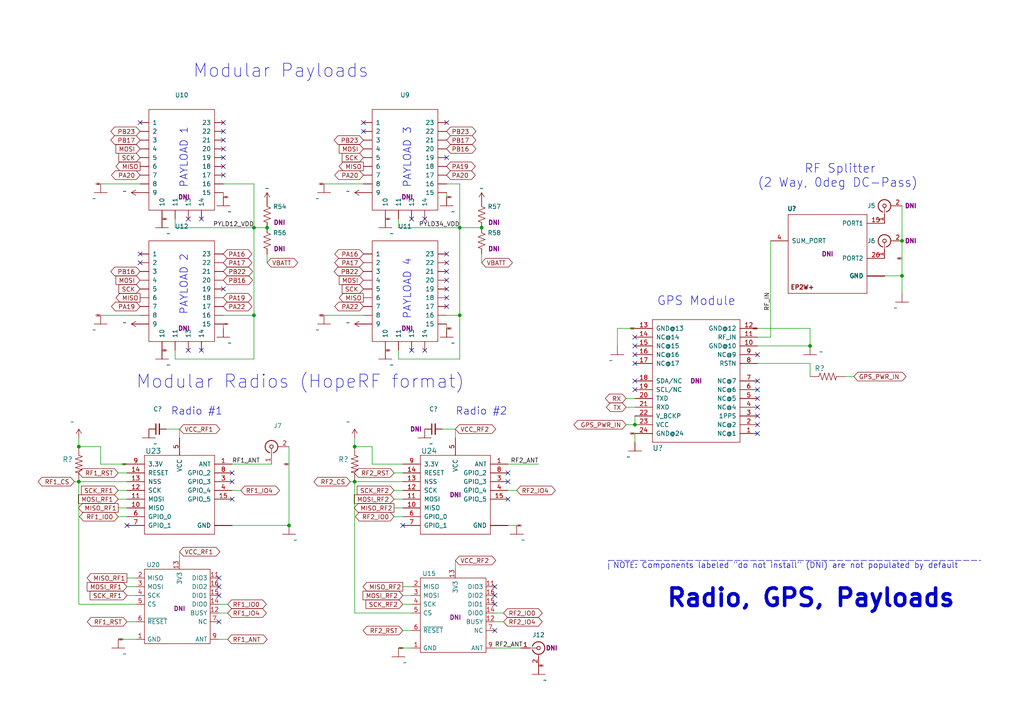
<source format=kicad_sch>
(kicad_sch (version 20211123) (generator eeschema)
  (paper "A4")
  (title_block (title "PyCubed Mainboard") (date "2021-06-09") (rev "v05c") (company "Max Holliday"))
  (lib_symbols
    (symbol "Connector:Conn_Coaxial" (pin_names (offset 1.016) hide)
      (property "Reference" "J" (at 0.254 3.048 0))
      (property "Value" "Conn_Coaxial" (at 2.921 0 90))
      (symbol "Conn_Coaxial_0_1"
        (arc (start -1.778 -0.508) (mid 0.2311 -1.8066) (end 1.778 0) (stroke (width 0.254)))
        (polyline (pts (xy -2.54 0) (xy -0.508 0)))
        (polyline (pts (xy 0 -2.54) (xy 0 -1.778)))
        (circle (center 0 0) (radius 0.508) (stroke (width 0.2032)))
        (arc (start 1.778 0) (mid 0.2099 1.8101) (end -1.778 0.508) (stroke (width 0.254)))
      )
      (symbol "Conn_Coaxial_1_1"
        (pin passive line (at -5.08 0 0) (length 2.54) (name "In") (number "1"))
        (pin passive line (at 0 -5.08 90) (length 2.54) (name "Ext") (number "2"))
      )
    )
    (symbol "Device:C_Small" (pin_numbers hide) (pin_names (offset 0.254) hide)
      (property "Reference" "C" (at 0.254 1.778 0))
      (property "Value" "C_Small" (at 0.254 -2.032 0))
      (symbol "C_Small_0_1"
        (polyline (pts (xy -1.524 -0.508) (xy 1.524 -0.508)) (stroke (width 0.3302)))
        (polyline (pts (xy -1.524 0.508) (xy 1.524 0.508)) (stroke (width 0.3048)))
      )
      (symbol "C_Small_1_1"
        (pin passive line (at 0 2.54 270) (length 2.032) (name "~") (number "1"))
        (pin passive line (at 0 -2.54 90) (length 2.032) (name "~") (number "2"))
      )
    )
    (symbol "Device:R_US" (pin_numbers hide) (pin_names (offset 0))
      (property "Reference" "R" (at 2.54 0 90))
      (property "Value" "R_US" (at -2.54 0 90))
      (symbol "R_US_0_1"
        (polyline (pts (xy 0 -2.286) (xy 0 -2.54)))
        (polyline (pts (xy 0 2.286) (xy 0 2.54)))
        (polyline (pts (xy 0 -0.762) (xy 1.016 -1.143) (xy 0 -1.524) (xy -1.016 -1.905) (xy 0 -2.286)))
        (polyline (pts (xy 0 0.762) (xy 1.016 0.381) (xy 0 0) (xy -1.016 -0.381) (xy 0 -0.762)))
        (polyline (pts (xy 0 2.286) (xy 1.016 1.905) (xy 0 1.524) (xy -1.016 1.143) (xy 0 0.762)))
      )
      (symbol "R_US_1_1"
        (pin passive line (at 0 3.81 270) (length 1.27) (name "~") (number "1"))
        (pin passive line (at 0 -3.81 90) (length 1.27) (name "~") (number "2"))
      )
    )
    (symbol "mainboard:10KOHM-1_10W-1%(0603)0603" (pin_names (offset 1.016))
      (property "Reference" "R" (at -3.81 1.4986 0))
      (property "Value" "10KOHM-1_10W-1%(0603)0603" (at -3.81 -3.302 0))
      (symbol "10KOHM-1_10W-1%(0603)0603_1_0"
        (polyline (pts (xy -2.54 0) (xy -2.159 1.016)))
        (polyline (pts (xy -2.159 1.016) (xy -1.524 -1.016)))
        (polyline (pts (xy -1.524 -1.016) (xy -0.889 1.016)))
        (polyline (pts (xy -0.889 1.016) (xy -0.254 -1.016)))
        (polyline (pts (xy -0.254 -1.016) (xy 0.381 1.016)))
        (polyline (pts (xy 0.381 1.016) (xy 1.016 -1.016)))
        (polyline (pts (xy 1.016 -1.016) (xy 1.651 1.016)))
        (polyline (pts (xy 1.651 1.016) (xy 2.286 -1.016)))
        (polyline (pts (xy 2.286 -1.016) (xy 2.54 0)))
        (pin passive line (at -5.08 0 0) (length 2.54) (name "1") (number "1"))
        (pin passive line (at 5.08 0 180) (length 2.54) (name "2") (number "2"))
      )
    )
    (symbol "mainboard:3.3V" (power) (pin_names (offset 1.016))
      (property "Value" "3.3V" (at -1.016 3.556 0))
      (symbol "3.3V_1_0"
        (polyline (pts (xy 0 2.54) (xy -0.762 1.27)))
        (polyline (pts (xy 0.762 1.27) (xy 0 2.54)))
        (pin power_in line (at 0 0 90) (length 2.54) (name "3.3V") (number "1"))
      )
    )
    (symbol "mainboard:EP2W+" (pin_names (offset 1.016))
      (property "Reference" "U" (at -7.62 10.16 0))
      (symbol "EP2W+_1_0"
        (polyline (pts (xy -12.7 -15.24) (xy -12.7 7.62)))
        (polyline (pts (xy -12.7 7.62) (xy 10.16 7.62)))
        (polyline (pts (xy 10.16 -15.24) (xy -12.7 -15.24)))
        (polyline (pts (xy 10.16 7.62) (xy 10.16 -15.24)))
        (text "EP2W+" (at -5.08 -12.7 0) (effects (font (size 1.27 1.27) bold) (justify right top)))
        (pin bidirectional line (at 15.24 -10.16 180) (length 5.08) (name "GND") (number "1"))
        (pin bidirectional line (at 15.24 -10.16 180) (length 5.08) (name "GND") (number "10"))
        (pin bidirectional line (at 15.24 -10.16 180) (length 5.08) (name "GND") (number "11"))
        (pin bidirectional line (at 15.24 -10.16 180) (length 5.08) (name "GND") (number "12"))
        (pin bidirectional line (at 15.24 -10.16 180) (length 5.08) (name "GND") (number "13"))
        (pin bidirectional line (at 15.24 -10.16 180) (length 5.08) (name "GND") (number "14"))
        (pin bidirectional line (at 15.24 5.08 180) (length 5.08) (name "PORT1") (number "15"))
        (pin bidirectional line (at 15.24 -10.16 180) (length 5.08) (name "GND") (number "16"))
        (pin bidirectional line (at 15.24 -10.16 180) (length 5.08) (name "GND") (number "17"))
        (pin bidirectional line (at 15.24 -10.16 180) (length 5.08) (name "GND") (number "18"))
        (pin bidirectional line (at 15.24 -10.16 180) (length 5.08) (name "GND") (number "19"))
        (pin bidirectional line (at 15.24 -10.16 180) (length 5.08) (name "GND") (number "2"))
        (pin bidirectional line (at 15.24 -10.16 180) (length 5.08) (name "GND") (number "20"))
        (pin bidirectional line (at 15.24 -10.16 180) (length 5.08) (name "GND") (number "21"))
        (pin bidirectional line (at 15.24 -10.16 180) (length 5.08) (name "GND") (number "22"))
        (pin bidirectional line (at 15.24 -10.16 180) (length 5.08) (name "GND") (number "23"))
        (pin bidirectional line (at 15.24 -10.16 180) (length 5.08) (name "GND") (number "24"))
        (pin bidirectional line (at 15.24 -10.16 180) (length 5.08) (name "GND") (number "25"))
        (pin bidirectional line (at 15.24 -5.08 180) (length 5.08) (name "PORT2") (number "26"))
        (pin bidirectional line (at 15.24 -10.16 180) (length 5.08) (name "GND") (number "27"))
        (pin bidirectional line (at 15.24 -10.16 180) (length 5.08) (name "GND") (number "28"))
        (pin bidirectional line (at 15.24 -10.16 180) (length 5.08) (name "GND") (number "29"))
        (pin bidirectional line (at 15.24 -10.16 180) (length 5.08) (name "GND") (number "3"))
        (pin bidirectional line (at 15.24 -10.16 180) (length 5.08) (name "GND") (number "30"))
        (pin bidirectional line (at 15.24 -10.16 180) (length 5.08) (name "GND") (number "31"))
        (pin bidirectional line (at 15.24 -10.16 180) (length 5.08) (name "GND") (number "32"))
        (pin bidirectional line (at -17.78 0 0) (length 5.08) (name "SUM_PORT") (number "4"))
        (pin bidirectional line (at 15.24 -10.16 180) (length 5.08) (name "GND") (number "5"))
        (pin bidirectional line (at 15.24 -10.16 180) (length 5.08) (name "GND") (number "6"))
        (pin bidirectional line (at 15.24 -10.16 180) (length 5.08) (name "GND") (number "7"))
        (pin bidirectional line (at 15.24 -10.16 180) (length 5.08) (name "GND") (number "8"))
        (pin bidirectional line (at 15.24 -10.16 180) (length 5.08) (name "GND") (number "9"))
        (pin bidirectional line (at 15.24 -10.16 180) (length 5.08) (name "GND") (number "EP"))
      )
    )
    (symbol "mainboard:GND" (power) (pin_names (offset 1.016))
      (property "Value" "GND" (at -2.54 -2.54 0))
      (symbol "GND_1_0"
        (polyline (pts (xy -1.905 0) (xy 1.905 0)))
        (pin power_in line (at 0 2.54 270) (length 2.54) (name "GND") (number "1"))
      )
    )
    (symbol "mainboard:RFM98PW" (pin_names (offset 1.016))
      (property "Reference" "U" (at -7.62 10.16 0))
      (symbol "RFM98PW_0_0"
        (pin bidirectional line (at 17.78 -10.16 180) (length 5.08) hide (name "GND") (number "17"))
        (pin bidirectional line (at 2.54 15.24 270) (length 5.08) (name "VCC") (number "5"))
      )
      (symbol "RFM98PW_1_0"
        (polyline (pts (xy -7.62 -12.7) (xy -7.62 10.16)))
        (polyline (pts (xy -7.62 10.16) (xy 12.7 10.16)))
        (polyline (pts (xy 12.7 -12.7) (xy -7.62 -12.7)))
        (polyline (pts (xy 12.7 10.16) (xy 12.7 -12.7)))
        (pin bidirectional line (at 17.78 7.62 180) (length 5.08) (name "ANT") (number "1"))
        (pin bidirectional line (at -12.7 -5.08 0) (length 5.08) (name "MISO") (number "10"))
        (pin bidirectional line (at -12.7 -2.54 0) (length 5.08) (name "MOSI") (number "11"))
        (pin bidirectional line (at -12.7 0 0) (length 5.08) (name "SCK") (number "12"))
        (pin bidirectional line (at -12.7 2.54 0) (length 5.08) (name "NSS") (number "13"))
        (pin bidirectional line (at -12.7 5.08 0) (length 5.08) (name "RESET") (number "14"))
        (pin bidirectional line (at 17.78 -2.54 180) (length 5.08) (name "GPIO_5") (number "15"))
        (pin bidirectional line (at 17.78 -10.16 180) (length 5.08) (name "GND") (number "16"))
        (pin bidirectional line (at 17.78 -10.16 180) (length 5.08) (name "GND") (number "2"))
        (pin bidirectional line (at 17.78 2.54 180) (length 5.08) (name "GPIO_3") (number "3"))
        (pin bidirectional line (at 17.78 0 180) (length 5.08) (name "GPIO_4") (number "4"))
        (pin bidirectional line (at -12.7 -7.62 0) (length 5.08) (name "GPIO_0") (number "6"))
        (pin bidirectional line (at -12.7 -10.16 0) (length 5.08) (name "GPIO_1") (number "7"))
        (pin bidirectional line (at 17.78 5.08 180) (length 5.08) (name "GPIO_2") (number "8"))
        (pin power_in line (at -12.7 7.62 0) (length 5.08) (name "3.3V") (number "9"))
      )
    )
    (symbol "mainboard:RFM9xBreakout" (pin_names (offset 0.762))
      (property "Reference" "U" (at -3.81 12.7 0))
      (property "Value" "RFM9xBreakout" (at -7.62 -11.43 0))
      (symbol "RFM9xBreakout_0_1"
        (rectangle (start -10.16 11.43) (end 8.89 -10.16))
      )
      (symbol "RFM9xBreakout_1_1"
        (pin bidirectional line (at -12.7 -8.89 0) (length 2.54) (name "GND") (number "1"))
        (pin bidirectional line (at -12.7 -8.89 0) (length 2.54) hide (name "GND") (number "10"))
        (pin bidirectional line (at 11.43 8.89 180) (length 2.54) (name "DIO3") (number "11"))
        (pin bidirectional line (at 11.43 -1.27 180) (length 2.54) (name "BUSY") (number "12"))
        (pin bidirectional line (at 0 13.97 270) (length 2.54) (name "3V3") (number "13"))
        (pin bidirectional line (at 11.43 1.27 180) (length 2.54) (name "DIO0") (number "14"))
        (pin bidirectional line (at 11.43 3.81 180) (length 2.54) (name "DIO1") (number "15"))
        (pin bidirectional line (at 11.43 6.35 180) (length 2.54) (name "DIO2") (number "16"))
        (pin bidirectional line (at -12.7 8.89 0) (length 2.54) (name "MISO") (number "2"))
        (pin bidirectional line (at -12.7 6.35 0) (length 2.54) (name "MOSI") (number "3"))
        (pin bidirectional line (at -12.7 3.81 0) (length 2.54) (name "SCK") (number "4"))
        (pin bidirectional line (at -12.7 1.27 0) (length 2.54) (name "CS") (number "5"))
        (pin bidirectional line (at -12.7 -3.81 0) (length 2.54) (name "~{RESET}") (number "6"))
        (pin bidirectional line (at 11.43 -3.81 180) (length 2.54) (name "NC") (number "7"))
        (pin bidirectional line (at -12.7 -8.89 0) (length 2.54) hide (name "GND") (number "8"))
        (pin bidirectional line (at 11.43 -8.89 180) (length 2.54) (name "ANT") (number "9"))
      )
    )
    (symbol "mainboard:S1216V8" (pin_names (offset 1.016))
      (property "Reference" "U" (at -12.7 -20.32 0))
      (property "Value" "S1216V8" (at 2.54 -20.32 0))
      (symbol "S1216V8_1_0"
        (polyline (pts (xy -12.7 -17.78) (xy 12.7 -17.78)))
        (polyline (pts (xy -12.7 17.78) (xy -12.7 -17.78)))
        (polyline (pts (xy 12.7 -17.78) (xy 12.7 17.78)))
        (polyline (pts (xy 12.7 17.78) (xy -12.7 17.78)))
        (pin bidirectional line (at 17.78 -15.24 180) (length 5.08) (name "NC@1") (number "1"))
        (pin bidirectional line (at 17.78 10.16 180) (length 5.08) (name "GND@10") (number "10"))
        (pin bidirectional line (at 17.78 12.7 180) (length 5.08) (name "RF_IN") (number "11"))
        (pin bidirectional line (at 17.78 15.24 180) (length 5.08) (name "GND@12") (number "12"))
        (pin bidirectional line (at -17.78 15.24 0) (length 5.08) (name "GND@13") (number "13"))
        (pin bidirectional line (at -17.78 12.7 0) (length 5.08) (name "NC@14") (number "14"))
        (pin bidirectional line (at -17.78 10.16 0) (length 5.08) (name "NC@15") (number "15"))
        (pin bidirectional line (at -17.78 7.62 0) (length 5.08) (name "NC@16") (number "16"))
        (pin bidirectional line (at -17.78 5.08 0) (length 5.08) (name "NC@17") (number "17"))
        (pin bidirectional line (at -17.78 0 0) (length 5.08) (name "SDA/NC") (number "18"))
        (pin bidirectional line (at -17.78 -2.54 0) (length 5.08) (name "SCL/NC") (number "19"))
        (pin bidirectional line (at 17.78 -12.7 180) (length 5.08) (name "NC@2") (number "2"))
        (pin bidirectional line (at -17.78 -5.08 0) (length 5.08) (name "TXD") (number "20"))
        (pin bidirectional line (at -17.78 -7.62 0) (length 5.08) (name "RXD") (number "21"))
        (pin bidirectional line (at -17.78 -10.16 0) (length 5.08) (name "V_BCKP") (number "22"))
        (pin bidirectional line (at -17.78 -12.7 0) (length 5.08) (name "VCC") (number "23"))
        (pin bidirectional line (at -17.78 -15.24 0) (length 5.08) (name "GND@24") (number "24"))
        (pin bidirectional line (at 17.78 -10.16 180) (length 5.08) (name "1PPS") (number "3"))
        (pin bidirectional line (at 17.78 -7.62 180) (length 5.08) (name "NC@4") (number "4"))
        (pin bidirectional line (at 17.78 -5.08 180) (length 5.08) (name "NC@5") (number "5"))
        (pin bidirectional line (at 17.78 -2.54 180) (length 5.08) (name "NC@6") (number "6"))
        (pin bidirectional line (at 17.78 0 180) (length 5.08) (name "NC@7") (number "7"))
        (pin bidirectional line (at 17.78 5.08 180) (length 5.08) (name "RSTN") (number "8"))
        (pin bidirectional line (at 17.78 7.62 180) (length 5.08) (name "NC@9") (number "9"))
      )
    )
    (symbol "mainboard:XTB-40_payload" (pin_names (offset 1.016))
      (property "Reference" "U" (at -2.54 13.97 0))
      (property "Value" "XTB-40_payload" (at -1.27 11.43 0))
      (symbol "XTB-40_payload_1_0"
        (pin bidirectional line (at -12.7 8.89 0) (length 2.54) (name "1") (number "1"))
      )
      (symbol "XTB-40_payload_1_1"
        (rectangle (start -10.16 12.7) (end 8.89 -16.51))
        (pin bidirectional line (at -6.35 -19.05 90) (length 2.54) (name "10") (number "10"))
        (pin bidirectional line (at -2.54 -19.05 90) (length 2.54) (name "11") (number "11"))
        (pin bidirectional line (at 1.27 -19.05 90) (length 2.54) (name "13") (number "13"))
        (pin bidirectional line (at 5.08 -19.05 90) (length 2.54) (name "14") (number "14"))
        (pin bidirectional line (at 11.43 -11.43 180) (length 2.54) (name "15") (number "15"))
        (pin bidirectional line (at 11.43 -8.89 180) (length 2.54) (name "16") (number "16"))
        (pin bidirectional line (at 11.43 -6.35 180) (length 2.54) (name "17") (number "17"))
        (pin bidirectional line (at 11.43 -3.81 180) (length 2.54) (name "18") (number "18"))
        (pin bidirectional line (at 11.43 -1.27 180) (length 2.54) (name "19") (number "19"))
        (pin bidirectional line (at -12.7 6.35 0) (length 2.54) (name "2") (number "2"))
        (pin bidirectional line (at 11.43 1.27 180) (length 2.54) (name "20") (number "20"))
        (pin bidirectional line (at 11.43 3.81 180) (length 2.54) (name "21") (number "21"))
        (pin bidirectional line (at 11.43 6.35 180) (length 2.54) (name "22") (number "22"))
        (pin bidirectional line (at 11.43 8.89 180) (length 2.54) (name "23") (number "23"))
        (pin bidirectional line (at -12.7 3.81 0) (length 2.54) (name "3") (number "3"))
        (pin bidirectional line (at -12.7 1.27 0) (length 2.54) (name "4") (number "4"))
        (pin bidirectional line (at -12.7 -1.27 0) (length 2.54) (name "5") (number "5"))
        (pin bidirectional line (at -12.7 -3.81 0) (length 2.54) (name "6") (number "6"))
        (pin bidirectional line (at -12.7 -6.35 0) (length 2.54) (name "7") (number "7"))
        (pin bidirectional line (at -12.7 -8.89 0) (length 2.54) (name "8") (number "8"))
        (pin bidirectional line (at -12.7 -11.43 0) (length 2.54) (name "9") (number "9"))
      )
    )
  )
  (junction (at 22.86 129.54))
  (junction (at 102.87 139.7))
  (junction (at 139.7 66.04))
  (junction (at 261.62 80.01))
  (junction (at 234.95 100.33))
  (junction (at 73.66 91.44))
  (junction (at 22.86 139.7))
  (junction (at 83.82 152.4))
  (junction (at 102.87 129.54))
  (junction (at 77.47 66.04))
  (junction (at 184.15 123.19))
  (junction (at 73.66 66.04))
  (junction (at 133.35 66.04))
  (junction (at 261.62 69.85))
  (junction (at 133.35 91.44))
  (no_connect (at 64.77 48.26))
  (no_connect (at 123.19 101.6))
  (no_connect (at 147.32 139.7))
  (no_connect (at 129.54 76.2))
  (no_connect (at 36.83 152.4))
  (no_connect (at 143.51 182.88))
  (no_connect (at 129.54 81.28))
  (no_connect (at 54.61 63.5))
  (no_connect (at 184.15 110.49))
  (no_connect (at 63.5 167.64))
  (no_connect (at 67.31 139.7))
  (no_connect (at 219.71 110.49))
  (no_connect (at 63.5 180.34))
  (no_connect (at 219.71 125.73))
  (no_connect (at 58.42 63.5))
  (no_connect (at 129.54 45.72))
  (no_connect (at 40.64 73.66))
  (no_connect (at 67.31 137.16))
  (no_connect (at 64.77 40.64))
  (no_connect (at 184.15 100.33))
  (no_connect (at 143.51 170.18))
  (no_connect (at 129.54 73.66))
  (no_connect (at 58.42 101.6))
  (no_connect (at 219.71 115.57))
  (no_connect (at 64.77 38.1))
  (no_connect (at 129.54 88.9))
  (no_connect (at 64.77 45.72))
  (no_connect (at 184.15 97.79))
  (no_connect (at 119.38 101.6))
  (no_connect (at 147.32 137.16))
  (no_connect (at 184.15 105.41))
  (no_connect (at 54.61 101.6))
  (no_connect (at 184.15 113.03))
  (no_connect (at 63.5 172.72))
  (no_connect (at 67.31 144.78))
  (no_connect (at 64.77 43.18))
  (no_connect (at 64.77 50.8))
  (no_connect (at 105.41 38.1))
  (no_connect (at 129.54 83.82))
  (no_connect (at 63.5 170.18))
  (no_connect (at 219.71 118.11))
  (no_connect (at 105.41 35.56))
  (no_connect (at 123.19 63.5))
  (no_connect (at 147.32 144.78))
  (no_connect (at 129.54 78.74))
  (no_connect (at 40.64 76.2))
  (no_connect (at 129.54 86.36))
  (no_connect (at 40.64 35.56))
  (no_connect (at 219.71 120.65))
  (no_connect (at 64.77 35.56))
  (no_connect (at 119.38 63.5))
  (no_connect (at 219.71 102.87))
  (no_connect (at 143.51 172.72))
  (no_connect (at 184.15 102.87))
  (no_connect (at 116.84 152.4))
  (no_connect (at 64.77 83.82))
  (no_connect (at 219.71 123.19))
  (no_connect (at 143.51 175.26))
  (no_connect (at 219.71 113.03))
  (no_connect (at 129.54 35.56))
  (wire (pts (xy 52.07 124.46) (xy 48.26 124.46)))
  (wire (pts (xy 115.57 104.14) (xy 133.35 104.14)))
  (wire (pts (xy 50.8 66.04) (xy 73.66 66.04)))
  (wire (pts (xy 39.37 167.64) (xy 36.83 167.64)))
  (wire (pts (xy 184.15 115.57) (xy 181.61 115.57)))
  (wire (pts (xy 119.38 170.18) (xy 116.84 170.18)))
  (wire (pts (xy 93.98 91.44) (xy 105.41 91.44)))
  (wire (pts (xy 102.87 129.54) (xy 102.87 127)))
  (wire (pts (xy 234.95 100.33) (xy 219.71 100.33)))
  (wire (pts (xy 133.35 66.04) (xy 139.7 66.04)))
  (wire (pts (xy 73.66 91.44) (xy 64.77 91.44)))
  (wire (pts (xy 93.98 53.34) (xy 105.41 53.34)))
  (wire (pts (xy 149.86 152.4) (xy 147.32 152.4)))
  (wire (pts (xy 223.52 69.85) (xy 223.52 97.79)))
  (wire (pts (xy 133.35 91.44) (xy 133.35 104.14)))
  (wire (pts (xy 52.07 160.02) (xy 52.07 162.56)))
  (wire (pts (xy 133.35 66.04) (xy 133.35 91.44)))
  (wire (pts (xy 115.57 101.6) (xy 115.57 104.14)))
  (wire (pts (xy 102.87 139.7) (xy 101.6 139.7)))
  (wire (pts (xy 132.08 124.46) (xy 132.08 127)))
  (wire (pts (xy 50.8 101.6) (xy 50.8 104.14)))
  (wire (pts (xy 151.13 187.96) (xy 143.51 187.96)))
  (wire (pts (xy 73.66 66.04) (xy 73.66 91.44)))
  (wire (pts (xy 107.95 134.62) (xy 107.95 129.54)))
  (wire (pts (xy 50.8 63.5) (xy 50.8 66.04)))
  (wire (pts (xy 39.37 180.34) (xy 36.83 180.34)))
  (wire (pts (xy 73.66 66.04) (xy 77.47 66.04)))
  (wire (pts (xy 67.31 152.4) (xy 83.82 152.4)))
  (wire (pts (xy 132.08 124.46) (xy 128.27 124.46)))
  (wire (pts (xy 29.21 134.62) (xy 29.21 129.54)))
  (wire (pts (xy 73.66 53.34) (xy 73.66 66.04)))
  (wire (pts (xy 69.85 142.24) (xy 67.31 142.24)))
  (wire (pts (xy 115.57 187.96) (xy 119.38 187.96)))
  (wire (pts (xy 102.87 177.8) (xy 102.87 139.7)))
  (wire (pts (xy 29.21 91.44) (xy 40.64 91.44)))
  (wire (pts (xy 77.47 76.2) (xy 77.47 73.66)))
  (wire (pts (xy 116.84 134.62) (xy 107.95 134.62)))
  (wire (pts (xy 184.15 123.19) (xy 184.15 120.65)))
  (wire (pts (xy 64.77 95.25) (xy 64.77 93.98)))
  (wire (pts (xy 115.57 66.04) (xy 133.35 66.04)))
  (wire (pts (xy 36.83 147.32) (xy 34.29 147.32)))
  (wire (pts (xy 184.15 118.11) (xy 181.61 118.11)))
  (wire (pts (xy 143.51 177.8) (xy 146.05 177.8)))
  (wire (pts (xy 116.84 142.24) (xy 114.3 142.24)))
  (wire (pts (xy 36.83 144.78) (xy 34.29 144.78)))
  (wire (pts (xy 146.05 180.34) (xy 143.51 180.34)))
  (wire (pts (xy 139.7 76.2) (xy 139.7 73.66)))
  (wire (pts (xy 116.84 147.32) (xy 114.3 147.32)))
  (wire (pts (xy 184.15 123.19) (xy 181.61 123.19)))
  (wire (pts (xy 234.95 95.25) (xy 234.95 100.33)))
  (polyline (pts (xy 176.53 162.56) (xy 284.48 162.56)))
  (wire (pts (xy 67.31 134.62) (xy 78.74 134.62)))
  (wire (pts (xy 34.29 149.86) (xy 36.83 149.86)))
  (wire (pts (xy 64.77 57.15) (xy 64.77 55.88)))
  (wire (pts (xy 66.04 185.42) (xy 63.5 185.42)))
  (wire (pts (xy 219.71 105.41) (xy 234.95 105.41)))
  (wire (pts (xy 219.71 97.79) (xy 223.52 97.79)))
  (wire (pts (xy 184.15 95.25) (xy 179.07 95.25)))
  (wire (pts (xy 261.62 69.85) (xy 261.62 80.01)))
  (wire (pts (xy 119.38 172.72) (xy 116.84 172.72)))
  (wire (pts (xy 133.35 53.34) (xy 133.35 66.04)))
  (wire (pts (xy 132.08 162.56) (xy 132.08 165.1)))
  (wire (pts (xy 116.84 139.7) (xy 102.87 139.7)))
  (wire (pts (xy 116.84 144.78) (xy 114.3 144.78)))
  (wire (pts (xy 102.87 177.8) (xy 119.38 177.8)))
  (wire (pts (xy 119.38 182.88) (xy 116.84 182.88)))
  (wire (pts (xy 116.84 137.16) (xy 114.3 137.16)))
  (wire (pts (xy 107.95 129.54) (xy 102.87 129.54)))
  (wire (pts (xy 29.21 129.54) (xy 22.86 129.54)))
  (wire (pts (xy 36.83 134.62) (xy 29.21 134.62)))
  (wire (pts (xy 115.57 63.5) (xy 115.57 66.04)))
  (wire (pts (xy 22.86 175.26) (xy 39.37 175.26)))
  (wire (pts (xy 219.71 95.25) (xy 234.95 95.25)))
  (wire (pts (xy 129.54 95.25) (xy 129.54 93.98)))
  (wire (pts (xy 22.86 139.7) (xy 36.83 139.7)))
  (wire (pts (xy 184.15 125.73) (xy 184.15 128.27)))
  (wire (pts (xy 261.62 80.01) (xy 261.62 85.09)))
  (wire (pts (xy 179.07 95.25) (xy 179.07 100.33)))
  (polyline (pts (xy 176.53 165.1) (xy 176.53 162.56)))
  (wire (pts (xy 39.37 170.18) (xy 36.83 170.18)))
  (wire (pts (xy 21.59 139.7) (xy 22.86 139.7)))
  (wire (pts (xy 261.62 59.69) (xy 261.62 69.85)))
  (wire (pts (xy 119.38 175.26) (xy 116.84 175.26)))
  (wire (pts (xy 149.86 142.24) (xy 147.32 142.24)))
  (wire (pts (xy 83.82 129.54) (xy 83.82 152.4)))
  (wire (pts (xy 73.66 53.34) (xy 64.77 53.34)))
  (wire (pts (xy 245.11 109.22) (xy 247.65 109.22)))
  (wire (pts (xy 116.84 149.86) (xy 114.3 149.86)))
  (wire (pts (xy 29.21 53.34) (xy 40.64 53.34)))
  (wire (pts (xy 52.07 124.46) (xy 52.07 127)))
  (wire (pts (xy 133.35 53.34) (xy 129.54 53.34)))
  (wire (pts (xy 22.86 139.7) (xy 22.86 175.26)))
  (wire (pts (xy 66.04 177.8) (xy 63.5 177.8)))
  (wire (pts (xy 36.83 142.24) (xy 34.29 142.24)))
  (wire (pts (xy 133.35 91.44) (xy 129.54 91.44)))
  (wire (pts (xy 34.29 185.42) (xy 39.37 185.42)))
  (wire (pts (xy 22.86 129.54) (xy 22.86 127)))
  (wire (pts (xy 129.54 57.15) (xy 129.54 55.88)))
  (wire (pts (xy 39.37 172.72) (xy 36.83 172.72)))
  (wire (pts (xy 66.04 175.26) (xy 63.5 175.26)))
  (wire (pts (xy 50.8 104.14) (xy 73.66 104.14)))
  (wire (pts (xy 147.32 134.62) (xy 156.21 134.62)))
  (wire (pts (xy 256.54 80.01) (xy 261.62 80.01)))
  (wire (pts (xy 36.83 137.16) (xy 34.29 137.16)))
  (wire (pts (xy 73.66 91.44) (xy 73.66 104.14)))
  (wire (pts (xy 234.95 105.41) (xy 234.95 109.22)))
  (text "PAYLOAD 4" (at 119.38 92.71 90) (effects (font (size 2.159 2.159)) (justify left bottom)))
  (text "GPS Module" (at 190.5 88.9 0) (effects (font (size 2.54 2.54)) (justify left bottom)))
  (text "Modular Radios (HopeRF format)" (at 39.37 113.03 0) (effects (font (size 3.81 3.81)) (justify left bottom)))
  (text "       RF Splitter \n(2 Way, 0deg DC-Pass)" (at 219.71 54.61 0) (effects (font (size 2.54 2.54)) (justify left bottom)))
  (text "PAYLOAD 2" (at 54.61 91.44 90) (effects (font (size 2.159 2.159)) (justify left bottom)))
  (text "PAYLOAD 1" (at 54.61 54.61 90) (effects (font (size 2.159 2.159)) (justify left bottom)))
  (text "NOTE: Components labeled \"do not install\" (DNI) are not populated by default" (at 177.8 165.1 0) (effects (font (size 1.651 1.651)) (justify left bottom)))
  (text "Radio #1" (at 49.53 120.65 0) (effects (font (size 2.159 2.159)) (justify left bottom)))
  (text "Modular Payloads" (at 55.88 22.86 0) (effects (font (size 3.81 3.81)) (justify left bottom)))
  (text "Radio, GPS, Payloads" (at 193.04 176.53 0) (effects (font (size 5.08 5.08) (thickness 1.016) bold) (justify left bottom)))
  (text "Radio #2" (at 132.08 120.65 0) (effects (font (size 2.159 2.159)) (justify left bottom)))
  (text "PAYLOAD 3" (at 119.38 54.61 90) (effects (font (size 2.159 2.159)) (justify left bottom)))
  (label "RF2_ANT" (at 156.21 134.62 180))
  (label "RF_IN" (at 223.52 90.17 90))
  (label "PYLD12_VDD" (at 73.66 66.04 180))
  (label "RF2_ANT" (at 143.51 187.96 0))
  (label "PYLD34_VDD" (at 133.35 66.04 180))
  (label "RF1_ANT" (at 67.31 134.62 0))
  (global_label "GND" (shape bidirectional) (at 149.86 152.4 0) (effects (font (size 0.254 0.254))) (property "Intersheet References" "${INTERSHEET_REFS}" (effects hide)))
  (global_label "RF1_CS" (shape bidirectional) (at 21.59 139.7 180) (property "Intersheet References" "${INTERSHEET_REFS}" (effects hide)))
  (global_label "MOSI" (shape input) (at 40.64 81.28 180) (property "Intersheet References" "${INTERSHEET_REFS}" (effects hide)))
  (global_label "PA22" (shape bidirectional) (at 64.77 88.9 0) (property "Intersheet References" "${INTERSHEET_REFS}" (effects hide)))
  (global_label "RF2_IO0" (shape bidirectional) (at 114.3 149.86 180) (property "Intersheet References" "${INTERSHEET_REFS}" (effects hide)))
  (global_label "RF1_RST" (shape bidirectional) (at 34.29 137.16 180) (property "Intersheet References" "${INTERSHEET_REFS}" (effects hide)))
  (global_label "SCK" (shape input) (at 105.41 45.72 180) (property "Intersheet References" "${INTERSHEET_REFS}" (effects hide)))
  (global_label "GND" (shape bidirectional) (at 129.54 95.25 0) (effects (font (size 0.254 0.254))) (property "Intersheet References" "${INTERSHEET_REFS}" (effects hide)))
  (global_label "PB23" (shape bidirectional) (at 105.41 40.64 180) (property "Intersheet References" "${INTERSHEET_REFS}" (effects hide)))
  (global_label "RF1_IO0" (shape bidirectional) (at 66.04 175.26 0) (property "Intersheet References" "${INTERSHEET_REFS}" (effects hide)))
  (global_label "SCK" (shape input) (at 40.64 83.82 180) (property "Intersheet References" "${INTERSHEET_REFS}" (effects hide)))
  (global_label "SCK" (shape input) (at 40.64 45.72 180) (property "Intersheet References" "${INTERSHEET_REFS}" (effects hide)))
  (global_label "GND" (shape bidirectional) (at 29.21 91.44 180) (effects (font (size 0.254 0.254))) (property "Intersheet References" "${INTERSHEET_REFS}" (effects hide)))
  (global_label "PA19" (shape bidirectional) (at 40.64 88.9 180) (property "Intersheet References" "${INTERSHEET_REFS}" (effects hide)))
  (global_label "RF2_RST" (shape bidirectional) (at 114.3 137.16 180) (property "Intersheet References" "${INTERSHEET_REFS}" (effects hide)))
  (global_label "GND" (shape bidirectional) (at 184.15 95.25 180) (effects (font (size 0.254 0.254))) (property "Intersheet References" "${INTERSHEET_REFS}" (effects hide)))
  (global_label "GND" (shape bidirectional) (at 83.82 134.62 180) (effects (font (size 0.254 0.254))) (property "Intersheet References" "${INTERSHEET_REFS}" (effects hide)))
  (global_label "RF2_IO4" (shape bidirectional) (at 146.05 180.34 0) (property "Intersheet References" "${INTERSHEET_REFS}" (effects hide)))
  (global_label "VCC_RF1" (shape bidirectional) (at 52.07 124.46 0) (property "Intersheet References" "${INTERSHEET_REFS}" (effects hide)))
  (global_label "PB17" (shape bidirectional) (at 129.54 40.64 0) (property "Intersheet References" "${INTERSHEET_REFS}" (effects hide)))
  (global_label "SCK_RF2" (shape input) (at 116.84 175.26 180) (property "Intersheet References" "${INTERSHEET_REFS}" (effects hide)))
  (global_label "GND" (shape bidirectional) (at 115.57 187.96 0) (effects (font (size 0.254 0.254))) (property "Intersheet References" "${INTERSHEET_REFS}" (effects hide)))
  (global_label "PB23" (shape bidirectional) (at 129.54 38.1 0) (property "Intersheet References" "${INTERSHEET_REFS}" (effects hide)))
  (global_label "PA20" (shape bidirectional) (at 105.41 50.8 180) (property "Intersheet References" "${INTERSHEET_REFS}" (effects hide)))
  (global_label "RF1_IO0" (shape bidirectional) (at 34.29 149.86 180) (property "Intersheet References" "${INTERSHEET_REFS}" (effects hide)))
  (global_label "PB17" (shape bidirectional) (at 40.64 40.64 180) (property "Intersheet References" "${INTERSHEET_REFS}" (effects hide)))
  (global_label "MOSI" (shape input) (at 105.41 81.28 180) (property "Intersheet References" "${INTERSHEET_REFS}" (effects hide)))
  (global_label "MOSI_RF1" (shape input) (at 36.83 170.18 180) (property "Intersheet References" "${INTERSHEET_REFS}" (effects hide)))
  (global_label "GND" (shape bidirectional) (at 46.99 101.6 0) (effects (font (size 0.254 0.254))) (property "Intersheet References" "${INTERSHEET_REFS}" (effects hide)))
  (global_label "GND" (shape bidirectional) (at 64.77 57.15 0) (effects (font (size 0.254 0.254))) (property "Intersheet References" "${INTERSHEET_REFS}" (effects hide)))
  (global_label "MOSI_RF2" (shape input) (at 116.84 172.72 180) (property "Intersheet References" "${INTERSHEET_REFS}" (effects hide)))
  (global_label "GND" (shape bidirectional) (at 129.54 57.15 0) (effects (font (size 0.254 0.254))) (property "Intersheet References" "${INTERSHEET_REFS}" (effects hide)))
  (global_label "SCK" (shape input) (at 105.41 83.82 180) (property "Intersheet References" "${INTERSHEET_REFS}" (effects hide)))
  (global_label "GPS_PWR_IN" (shape bidirectional) (at 247.65 109.22 0) (property "Intersheet References" "${INTERSHEET_REFS}" (effects hide)))
  (global_label "RF1_ANT" (shape bidirectional) (at 66.04 185.42 0) (property "Intersheet References" "${INTERSHEET_REFS}" (effects hide)))
  (global_label "GND" (shape bidirectional) (at 156.21 193.04 0) (effects (font (size 0.254 0.254))) (property "Intersheet References" "${INTERSHEET_REFS}" (effects hide)))
  (global_label "PA16" (shape bidirectional) (at 105.41 73.66 180) (property "Intersheet References" "${INTERSHEET_REFS}" (effects hide)))
  (global_label "GND" (shape bidirectional) (at 46.99 63.5 0) (effects (font (size 0.254 0.254))) (property "Intersheet References" "${INTERSHEET_REFS}" (effects hide)))
  (global_label "VBATT" (shape bidirectional) (at 77.47 76.2 0) (property "Intersheet References" "${INTERSHEET_REFS}" (effects hide)))
  (global_label "PB22" (shape bidirectional) (at 64.77 78.74 0) (property "Intersheet References" "${INTERSHEET_REFS}" (effects hide)))
  (global_label "MOSI_RF2" (shape input) (at 114.3 144.78 180) (property "Intersheet References" "${INTERSHEET_REFS}" (effects hide)))
  (global_label "RF1_RST" (shape bidirectional) (at 36.83 180.34 180) (property "Intersheet References" "${INTERSHEET_REFS}" (effects hide)))
  (global_label "MOSI" (shape input) (at 105.41 43.18 180) (property "Intersheet References" "${INTERSHEET_REFS}" (effects hide)))
  (global_label "VCC_RF2" (shape bidirectional) (at 132.08 124.46 0) (property "Intersheet References" "${INTERSHEET_REFS}" (effects hide)))
  (global_label "TX" (shape bidirectional) (at 181.61 118.11 180) (property "Intersheet References" "${INTERSHEET_REFS}" (effects hide)))
  (global_label "PA19" (shape bidirectional) (at 64.77 86.36 0) (property "Intersheet References" "${INTERSHEET_REFS}" (effects hide)))
  (global_label "PA20" (shape bidirectional) (at 129.54 50.8 0) (property "Intersheet References" "${INTERSHEET_REFS}" (effects hide)))
  (global_label "MISO_RF1" (shape output) (at 34.29 147.32 180) (property "Intersheet References" "${INTERSHEET_REFS}" (effects hide)))
  (global_label "GND" (shape bidirectional) (at 64.77 93.98 0) (effects (font (size 0.254 0.254))) (property "Intersheet References" "${INTERSHEET_REFS}" (effects hide)))
  (global_label "MISO_RF2" (shape output) (at 114.3 147.32 180) (property "Intersheet References" "${INTERSHEET_REFS}" (effects hide)))
  (global_label "MISO" (shape output) (at 105.41 86.36 180) (property "Intersheet References" "${INTERSHEET_REFS}" (effects hide)))
  (global_label "MOSI_RF1" (shape input) (at 34.29 144.78 180) (property "Intersheet References" "${INTERSHEET_REFS}" (effects hide)))
  (global_label "GND" (shape bidirectional) (at 111.76 101.6 0) (effects (font (size 0.254 0.254))) (property "Intersheet References" "${INTERSHEET_REFS}" (effects hide)))
  (global_label "GND" (shape bidirectional) (at 29.21 53.34 180) (effects (font (size 0.254 0.254))) (property "Intersheet References" "${INTERSHEET_REFS}" (effects hide)))
  (global_label "GND" (shape bidirectional) (at 261.62 74.93 180) (effects (font (size 0.254 0.254))) (property "Intersheet References" "${INTERSHEET_REFS}" (effects hide)))
  (global_label "PB23" (shape bidirectional) (at 40.64 38.1 180) (property "Intersheet References" "${INTERSHEET_REFS}" (effects hide)))
  (global_label "PA22" (shape bidirectional) (at 105.41 88.9 180) (property "Intersheet References" "${INTERSHEET_REFS}" (effects hide)))
  (global_label "VCC_RF1" (shape bidirectional) (at 52.07 160.02 0) (property "Intersheet References" "${INTERSHEET_REFS}" (effects hide)))
  (global_label "GPS_PWR_IN" (shape bidirectional) (at 181.61 123.19 180) (property "Intersheet References" "${INTERSHEET_REFS}" (effects hide)))
  (global_label "VBATT" (shape bidirectional) (at 139.7 76.2 0) (property "Intersheet References" "${INTERSHEET_REFS}" (effects hide)))
  (global_label "3.3V" (shape bidirectional) (at 36.83 134.62 180) (effects (font (size 0.254 0.254))) (property "Intersheet References" "${INTERSHEET_REFS}" (effects hide)))
  (global_label "PB16" (shape bidirectional) (at 129.54 43.18 0) (property "Intersheet References" "${INTERSHEET_REFS}" (effects hide)))
  (global_label "PA20" (shape bidirectional) (at 40.64 50.8 180) (property "Intersheet References" "${INTERSHEET_REFS}" (effects hide)))
  (global_label "RF2_IO4" (shape bidirectional) (at 149.86 142.24 0) (property "Intersheet References" "${INTERSHEET_REFS}" (effects hide)))
  (global_label "PB16" (shape bidirectional) (at 64.77 81.28 0) (property "Intersheet References" "${INTERSHEET_REFS}" (effects hide)))
  (global_label "PA17" (shape bidirectional) (at 105.41 76.2 180) (property "Intersheet References" "${INTERSHEET_REFS}" (effects hide)))
  (global_label "RF2_IO0" (shape bidirectional) (at 146.05 177.8 0) (property "Intersheet References" "${INTERSHEET_REFS}" (effects hide)))
  (global_label "RF1_IO4" (shape bidirectional) (at 66.04 177.8 0) (property "Intersheet References" "${INTERSHEET_REFS}" (effects hide)))
  (global_label "PA16" (shape bidirectional) (at 64.77 73.66 0) (property "Intersheet References" "${INTERSHEET_REFS}" (effects hide)))
  (global_label "VCC_RF2" (shape bidirectional) (at 132.08 162.56 0) (property "Intersheet References" "${INTERSHEET_REFS}" (effects hide)))
  (global_label "GND" (shape bidirectional) (at 93.98 91.44 180) (effects (font (size 0.254 0.254))) (property "Intersheet References" "${INTERSHEET_REFS}" (effects hide)))
  (global_label "RX" (shape bidirectional) (at 181.61 115.57 180) (property "Intersheet References" "${INTERSHEET_REFS}" (effects hide)))
  (global_label "RF1_IO4" (shape bidirectional) (at 69.85 142.24 0) (property "Intersheet References" "${INTERSHEET_REFS}" (effects hide)))
  (global_label "MISO" (shape output) (at 40.64 86.36 180) (property "Intersheet References" "${INTERSHEET_REFS}" (effects hide)))
  (global_label "MISO_RF2" (shape output) (at 116.84 170.18 180) (property "Intersheet References" "${INTERSHEET_REFS}" (effects hide)))
  (global_label "GND" (shape bidirectional) (at 34.29 185.42 0) (effects (font (size 0.254 0.254))) (property "Intersheet References" "${INTERSHEET_REFS}" (effects hide)))
  (global_label "MISO_RF1" (shape output) (at 36.83 167.64 180) (property "Intersheet References" "${INTERSHEET_REFS}" (effects hide)))
  (global_label "GND" (shape bidirectional) (at 184.15 125.73 180) (effects (font (size 0.254 0.254))) (property "Intersheet References" "${INTERSHEET_REFS}" (effects hide)))
  (global_label "PA19" (shape bidirectional) (at 129.54 48.26 0) (property "Intersheet References" "${INTERSHEET_REFS}" (effects hide)))
  (global_label "MISO" (shape output) (at 40.64 48.26 180) (property "Intersheet References" "${INTERSHEET_REFS}" (effects hide)))
  (global_label "SCK_RF2" (shape input) (at 114.3 142.24 180) (property "Intersheet References" "${INTERSHEET_REFS}" (effects hide)))
  (global_label "PB16" (shape bidirectional) (at 40.64 78.74 180) (property "Intersheet References" "${INTERSHEET_REFS}" (effects hide)))
  (global_label "PB22" (shape bidirectional) (at 105.41 78.74 180) (property "Intersheet References" "${INTERSHEET_REFS}" (effects hide)))
  (global_label "SCK_RF1" (shape input) (at 36.83 172.72 180) (property "Intersheet References" "${INTERSHEET_REFS}" (effects hide)))
  (global_label "MISO" (shape output) (at 105.41 48.26 180) (property "Intersheet References" "${INTERSHEET_REFS}" (effects hide)))
  (global_label "GND" (shape bidirectional) (at 93.98 53.34 180) (effects (font (size 0.254 0.254))) (property "Intersheet References" "${INTERSHEET_REFS}" (effects hide)))
  (global_label "SCK_RF1" (shape input) (at 34.29 142.24 180) (property "Intersheet References" "${INTERSHEET_REFS}" (effects hide)))
  (global_label "MOSI" (shape input) (at 40.64 43.18 180) (property "Intersheet References" "${INTERSHEET_REFS}" (effects hide)))
  (global_label "RF2_RST" (shape bidirectional) (at 116.84 182.88 180) (property "Intersheet References" "${INTERSHEET_REFS}" (effects hide)))
  (global_label "RF2_CS" (shape bidirectional) (at 101.6 139.7 180) (property "Intersheet References" "${INTERSHEET_REFS}" (effects hide)))
  (global_label "GND" (shape bidirectional) (at 111.76 63.5 0) (effects (font (size 0.254 0.254))) (property "Intersheet References" "${INTERSHEET_REFS}" (effects hide)))
  (global_label "PA17" (shape bidirectional) (at 64.77 76.2 0) (property "Intersheet References" "${INTERSHEET_REFS}" (effects hide)))
  (global_label "GND" (shape bidirectional) (at 219.71 95.25 180) (effects (font (size 0.254 0.254))) (property "Intersheet References" "${INTERSHEET_REFS}" (effects hide)))
  (symbol (lib_id "mainboard:10KOHM-1_10W-1%(0603)0603") (at 240.03 109.22 0) (unit 1)
    (property "Reference" "R?" (at 236.22 107.7214 0) (effects (font (size 1.4986 1.4986)) (justify left bottom)))
    (property "Description" "10K 0603" (effects hide))
  )
  (symbol (lib_id "mainboard:GND") (at 261.62 87.63 0) (unit 1)
    (property "Reference" "#GND?" (effects hide))
  )
  (symbol (lib_id "mainboard:XTB-40_payload") (at 53.34 44.45 0) (unit 1)
    (property "Reference" "U10" (at 52.705 27.559 0))
    (property "DNI" "DNI" (at 53.34 57.15 0) (effects (font bold)))
  )
  (symbol (lib_id "mainboard:GND") (at 64.77 59.69 0) (mirror y) (unit 1)
    (property "Reference" "#GND?" (effects hide))
  )
  (symbol (lib_id "mainboard:3.3V") (at 40.64 55.88 90) (unit 1)
    (property "Reference" "#SUPPLY?" (effects hide))
  )
  (symbol (lib_id "mainboard:3.3V") (at 40.64 93.98 90) (unit 1)
    (property "Reference" "#SUPPLY?" (effects hide))
  )
  (symbol (lib_id "mainboard:3.3V") (at 105.41 55.88 90) (unit 1)
    (property "Reference" "#SUPPLY?" (effects hide))
  )
  (symbol (lib_id "mainboard:3.3V") (at 105.41 93.98 90) (unit 1)
    (property "Reference" "#SUPPLY?" (effects hide))
  )
  (symbol (lib_id "mainboard:GND") (at 29.21 93.98 0) (unit 1)
    (property "Reference" "#GND?" (effects hide))
  )
  (symbol (lib_id "mainboard:XTB-40_payload") (at 53.34 82.55 0) (unit 1)
    (property "Reference" "U12" (at 52.705 65.659 0))
    (property "DNI" "DNI" (at 53.34 95.25 0) (effects (font bold)))
  )
  (symbol (lib_id "mainboard:GND") (at 46.99 104.14 0) (mirror y) (unit 1)
    (property "Reference" "#GND?" (effects hide))
  )
  (symbol (lib_id "mainboard:GND") (at 93.98 55.88 0) (unit 1)
    (property "Reference" "#GND?" (effects hide))
  )
  (symbol (lib_id "mainboard:XTB-40_payload") (at 118.11 44.45 0) (unit 1)
    (property "Reference" "U9" (at 117.475 27.559 0))
    (property "DNI" "DNI" (at 118.11 57.15 0) (effects (font bold)))
  )
  (symbol (lib_id "mainboard:GND") (at 129.54 59.69 0) (mirror y) (unit 1)
    (property "Reference" "#GND?" (effects hide))
  )
  (symbol (lib_id "mainboard:GND") (at 93.98 93.98 0) (unit 1)
    (property "Reference" "#GND?" (effects hide))
  )
  (symbol (lib_id "mainboard:XTB-40_payload") (at 118.11 82.55 0) (unit 1)
    (property "Reference" "U11" (at 117.475 65.659 0))
    (property "DNI" "DNI" (at 118.11 95.25 0) (effects (font bold)))
  )
  (symbol (lib_id "mainboard:GND") (at 129.54 97.79 0) (mirror y) (unit 1)
    (property "Reference" "#GND?" (effects hide))
  )
  (symbol (lib_id "Connector:Conn_Coaxial") (at 256.54 59.69 90) (unit 1)
    (property "Reference" "J5" (at 252.73 59.69 90))
    (property "Datasheet" "https://www.amphenolrf.com/library/download/link/link_id/593640/parent/901-144/" (effects hide))
    (property "DNI" "DNI" (at 264.16 59.69 90) (effects (font bold)))
    (property "Description" "Amphenol RF SMA " (effects hide))
    (property "Flight" "901-144" (effects hide))
    (property "Manufacturer_Name" "Amphenol" (effects hide))
    (property "Manufacturer_Part_Number" "901-144" (effects hide))
    (property "Proto" "901-144" (effects hide))
  )
  (symbol (lib_id "Connector:Conn_Coaxial") (at 256.54 69.85 90) (unit 1)
    (property "Reference" "J6" (at 252.73 69.85 90))
    (property "Datasheet" "https://www.amphenolrf.com/library/download/link/link_id/593640/parent/901-144/" (effects hide))
    (property "DNI" "DNI" (at 264.16 69.85 90) (effects (font bold)))
    (property "Description" "Amphenol RF SMA " (effects hide))
    (property "Flight" "901-144" (effects hide))
    (property "Manufacturer_Name" "Amphenol" (effects hide))
    (property "Manufacturer_Part_Number" "901-144" (effects hide))
    (property "Proto" "901-144" (effects hide))
  )
  (symbol (lib_id "Connector:Conn_Coaxial") (at 78.74 129.54 90) (unit 1)
    (property "Reference" "J7" (at 80.5434 123.5202 90))
    (property "Datasheet" "https://www.amphenolrf.com/library/download/link/link_id/593640/parent/901-144/" (effects hide))
    (property "Description" "Amphenol RF SMA " (effects hide))
    (property "Flight" "901-144" (effects hide))
    (property "Manufacturer_Name" "Amphenol" (effects hide))
    (property "Manufacturer_Part_Number" "901-144" (effects hide))
    (property "Proto" "901-144" (effects hide))
  )
  (symbol (lib_id "mainboard:RFM98PW") (at 49.53 142.24 0) (unit 1)
    (property "Reference" "U23" (at 44.45 130.81 0) (effects (font (size 1.4986 1.4986))))
    (property "Description" "433 MHz 1W Radio" (effects hide))
    (property "Flight" "RFM98PW" (effects hide))
    (property "Manufacturer_Name" "HopeRF" (effects hide))
    (property "Manufacturer_Part_Number" "RFM98PW" (effects hide))
    (property "Proto" "RFM98PW" (effects hide))
  )
  (symbol (lib_id "mainboard:GND") (at 83.82 154.94 0) (mirror y) (unit 1)
    (property "Reference" "#GND?" (effects hide))
  )
  (symbol (lib_id "mainboard:RFM9xBreakout") (at 132.08 179.07 0) (unit 1)
    (property "Reference" "U15" (at 124.46 166.37 0))
    (property "DNI" "DNI" (at 132.08 179.07 0) (effects (font bold)))
  )
  (symbol (lib_id "Connector:Conn_Coaxial") (at 156.21 187.96 0) (unit 1)
    (property "Reference" "J12" (at 156.21 184.15 0))
    (property "Datasheet" "https://www.amphenolrf.com/library/download/link/link_id/593640/parent/901-144/" (effects hide))
    (property "DNI" "DNI" (at 160.02 187.96 0) (effects (font bold)))
    (property "Description" "Amphenol RF SMA " (effects hide))
    (property "Flight" "901-144" (effects hide))
    (property "Manufacturer_Name" "Amphenol" (effects hide))
    (property "Manufacturer_Part_Number" "901-144" (effects hide))
    (property "Proto" "901-144" (effects hide))
  )
  (symbol (lib_id "mainboard:GND") (at 156.21 195.58 0) (mirror y) (unit 1)
    (property "Reference" "#GND?" (effects hide))
  )
  (symbol (lib_id "mainboard:RFM98PW") (at 129.54 142.24 0) (unit 1)
    (property "Reference" "U24" (at 124.46 130.81 0) (effects (font (size 1.4986 1.4986))))
    (property "DNI" "DNI" (at 132.08 143.51 0) (effects (font bold)))
  )
  (symbol (lib_id "mainboard:GND") (at 115.57 190.5 0) (mirror y) (unit 1)
    (property "Reference" "#GND?" (effects hide))
  )
  (symbol (lib_id "mainboard:GND") (at 149.86 154.94 0) (mirror y) (unit 1)
    (property "Reference" "#GND?" (effects hide))
  )
  (symbol (lib_id "mainboard:RFM9xBreakout") (at 52.07 176.53 0) (unit 1)
    (property "Reference" "U20" (at 44.45 163.83 0))
    (property "DNI" "DNI" (at 52.07 176.53 0) (effects (font bold)))
  )
  (symbol (lib_id "mainboard:GND") (at 34.29 187.96 0) (mirror y) (unit 1)
    (property "Reference" "#GND?" (effects hide))
  )
  (symbol (lib_id "mainboard:10KOHM-1_10W-1%(0603)0603") (at 102.87 134.62 270) (unit 1)
    (property "Reference" "R?" (at 101.1428 133.2738 90) (effects (font (size 1.4986 1.4986)) (justify right)))
    (property "Description" "10k 0603" (effects hide))
  )
  (symbol (lib_id "mainboard:10KOHM-1_10W-1%(0603)0603") (at 22.86 134.62 270) (unit 1)
    (property "Reference" "R?" (at 21.1328 133.2738 90) (effects (font (size 1.4986 1.4986)) (justify right)))
    (property "Description" "10k 0603" (effects hide))
  )
  (symbol (lib_id "Device:R_US") (at 139.7 62.23 0) (unit 1)
    (property "Reference" "R57" (at 141.4272 59.9186 0) (effects (justify left)))
    (property "DNI" "DNI" (at 141.4272 64.5414 0) (effects (font bold) (justify left)))
    (property "Description" "0 0603" (effects hide))
  )
  (symbol (lib_id "mainboard:3.3V") (at 139.7 58.42 0) (unit 1)
    (property "Reference" "#SUPPLY?" (effects hide))
  )
  (symbol (lib_id "Device:R_US") (at 139.7 69.85 0) (unit 1)
    (property "Reference" "R58" (at 141.4272 67.5386 0) (effects (justify left)))
    (property "Description" "0 0603" (effects hide))
    (property "DNI" "DNI" (at 141.4272 72.1614 0) (effects (font bold) (justify left)))
  )
  (symbol (lib_id "Device:R_US") (at 77.47 62.23 0) (unit 1)
    (property "Reference" "R54" (at 79.1972 59.9186 0) (effects (justify left)))
    (property "DNI" "DNI" (at 79.1972 64.5414 0) (effects (font bold) (justify left)))
    (property "Description" "0 0603" (effects hide))
  )
  (symbol (lib_id "Device:R_US") (at 77.47 69.85 0) (unit 1)
    (property "Reference" "R56" (at 79.1972 67.5386 0) (effects (justify left)))
    (property "Description" "0 0603" (effects hide))
    (property "DNI" "DNI" (at 79.1972 72.1614 0) (effects (font bold) (justify left)))
  )
  (symbol (lib_id "mainboard:3.3V") (at 77.47 58.42 0) (unit 1)
    (property "Reference" "#SUPPLY?" (effects hide))
  )
  (symbol (lib_id "mainboard:3.3V") (at 102.87 127 0) (unit 1)
    (property "Reference" "#SUPPLY?" (effects hide))
  )
  (symbol (lib_id "mainboard:3.3V") (at 22.86 127 0) (unit 1)
    (property "Reference" "#SUPPLY?" (effects hide))
  )
  (symbol (lib_id "mainboard:GND") (at 111.76 104.14 0) (mirror y) (unit 1)
    (property "Reference" "#GND?" (effects hide))
  )
  (symbol (lib_id "mainboard:GND") (at 111.76 66.04 0) (mirror y) (unit 1)
    (property "Reference" "#GND?" (effects hide))
  )
  (symbol (lib_id "mainboard:GND") (at 46.99 66.04 0) (mirror y) (unit 1)
    (property "Reference" "#GND?" (effects hide))
  )
  (symbol (lib_id "Device:C_Small") (at 45.72 124.46 90) (unit 1)
    (property "Reference" "C?" (at 45.72 118.6434 90))
    (property "Description" "10uF +-20% 10V X5R" (effects hide))
  )
  (symbol (lib_id "mainboard:GND") (at 43.18 127 0) (mirror y) (unit 1)
    (property "Reference" "#GND?" (effects hide))
  )
  (symbol (lib_id "mainboard:GND") (at 64.77 97.79 0) (mirror y) (unit 1)
    (property "Reference" "#GND?" (effects hide))
  )
  (symbol (lib_id "Device:C_Small") (at 125.73 124.46 90) (unit 1)
    (property "Reference" "C?" (at 125.73 118.6434 90))
    (property "Description" "10uF +-20% 10V X5R" (effects hide))
    (property "DNI" "DNI" (at 120.65 124.46 90) (effects (font bold)))
  )
  (symbol (lib_id "mainboard:GND") (at 123.19 127 0) (mirror y) (unit 1)
    (property "Reference" "#GND?" (effects hide))
  )
  (symbol (lib_id "mainboard:EP2W+") (at 241.3 69.85 0) (unit 1)
    (property "Reference" "U?" (at 231.14 59.69 0) (effects (font bold) (justify right top)))
    (property "Datasheet" "https://www.minicircuits.com/pdfs/EP2W+.pdf" (effects hide))
    (property "DNI" "DNI" (at 240.03 73.66 0) (effects (font bold)))
    (property "Description" "RF Splitter DC-Pass" (effects hide))
    (property "Flight" "EP2W+" (effects hide))
    (property "Manufacturer_Name" "Mini Circuits" (effects hide))
    (property "Manufacturer_Part_Number" "EP2W+" (effects hide))
  )
  (symbol (lib_id "mainboard:GND") (at 29.21 55.88 0) (unit 1)
    (property "Reference" "#GND?" (effects hide))
  )
  (symbol (lib_id "mainboard:GND") (at 179.07 102.87 0) (unit 1)
    (property "Reference" "#GND?" (effects hide))
  )
  (symbol (lib_id "mainboard:GND") (at 184.15 130.81 0) (unit 1)
    (property "Reference" "#GND?" (effects hide))
  )
  (symbol (lib_id "mainboard:GND") (at 234.95 102.87 0) (unit 1)
    (property "Reference" "#GND?" (effects hide))
  )
  (symbol (lib_id "mainboard:S1216V8") (at 201.93 110.49 0) (unit 1)
    (property "Reference" "U?" (at 189.23 130.81 0) (effects (font (size 1.4986 1.4986)) (justify left bottom)))
    (property "DNI" "DNI" (at 201.93 110.49 0) (effects (font bold)))
  )
)
</source>
